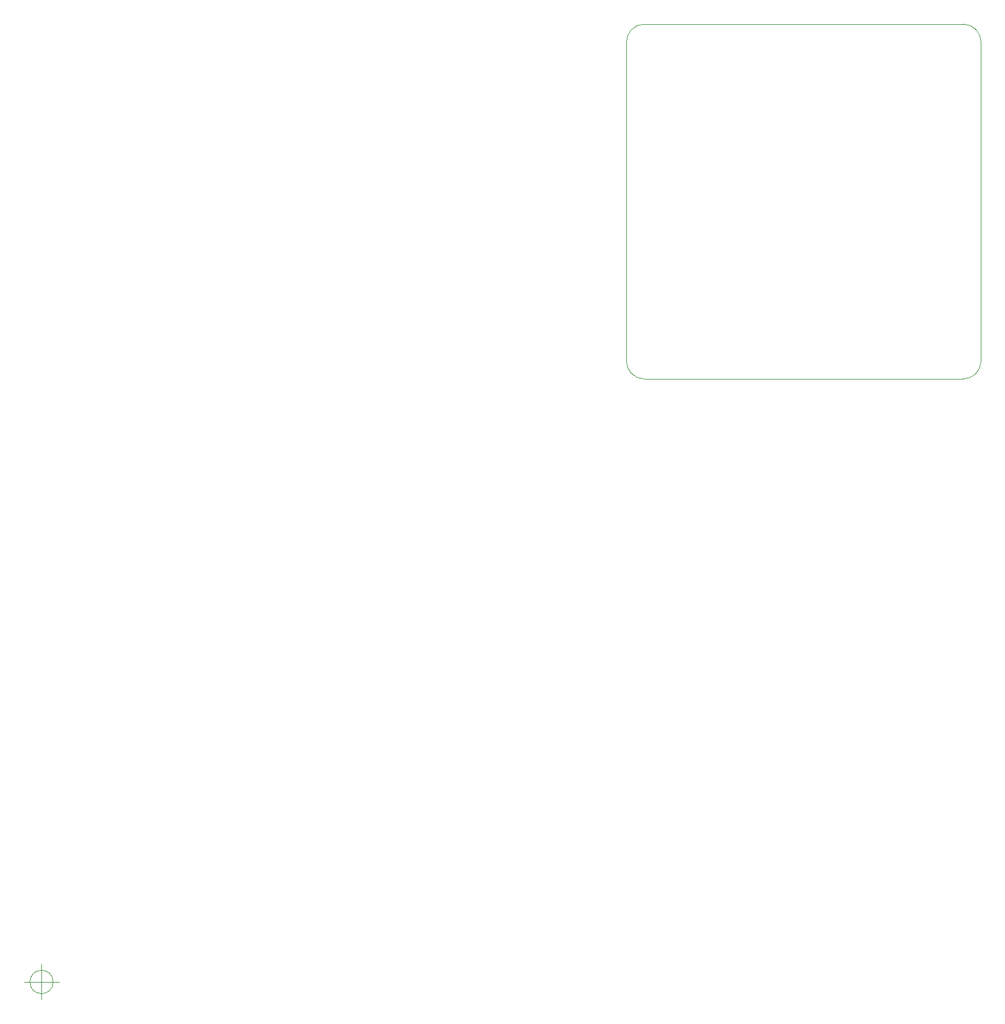
<source format=gbr>
%TF.GenerationSoftware,KiCad,Pcbnew,(5.1.8-0-10_14)*%
%TF.CreationDate,2021-02-16T17:48:47+08:00*%
%TF.ProjectId,batt_board,62617474-5f62-46f6-9172-642e6b696361,rev?*%
%TF.SameCoordinates,Original*%
%TF.FileFunction,Profile,NP*%
%FSLAX46Y46*%
G04 Gerber Fmt 4.6, Leading zero omitted, Abs format (unit mm)*
G04 Created by KiCad (PCBNEW (5.1.8-0-10_14)) date 2021-02-16 17:48:47*
%MOMM*%
%LPD*%
G01*
G04 APERTURE LIST*
%TA.AperFunction,Profile*%
%ADD10C,0.050000*%
%TD*%
G04 APERTURE END LIST*
D10*
X147320000Y-109220000D02*
G75*
G02*
X144780000Y-111760000I-2540000J0D01*
G01*
X99060000Y-111760000D02*
X144780000Y-111760000D01*
X14366666Y-198120000D02*
G75*
G03*
X14366666Y-198120000I-1666666J0D01*
G01*
X10200000Y-198120000D02*
X15200000Y-198120000D01*
X12700000Y-195620000D02*
X12700000Y-200620000D01*
X99060000Y-111760000D02*
G75*
G02*
X96520000Y-109220000I0J2540000D01*
G01*
X96520000Y-63500000D02*
G75*
G02*
X99060000Y-60960000I2540000J0D01*
G01*
X144780000Y-60960000D02*
G75*
G02*
X147320000Y-63500000I0J-2540000D01*
G01*
X147320000Y-109220000D02*
X147320000Y-63500000D01*
X96520000Y-63500000D02*
X96520000Y-109220000D01*
X99060000Y-60960000D02*
X144780000Y-60960000D01*
M02*

</source>
